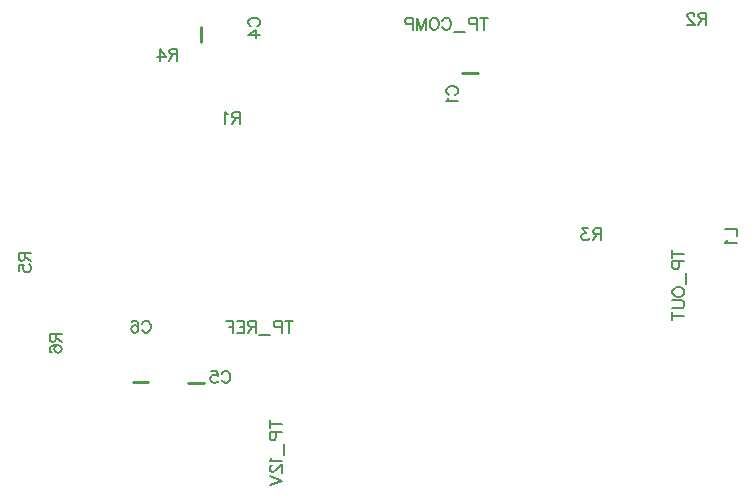
<source format=gbr>
G04 DipTrace 3.2.0.1*
G04 BottomSilk.gbr*
%MOMM*%
G04 #@! TF.FileFunction,Legend,Bot*
G04 #@! TF.Part,Single*
%ADD10C,0.25*%
%ADD82C,0.15*%
%FSLAX35Y35*%
G04*
G71*
G90*
G75*
G01*
G04 BotSilk*
%LPD*%
X-2628590Y1491690D2*
D10*
Y1361790D1*
X-285547Y1104570D2*
X-415447D1*
X-2735810Y-1527533D2*
X-2605910D1*
X-3209000Y-1516383D2*
X-3079100D1*
X-2205751Y1496740D2*
D82*
X-2215409Y1501569D1*
X-2225180Y1511340D1*
X-2230009Y1520999D1*
Y1540428D1*
X-2225180Y1550199D1*
X-2215409Y1559857D1*
X-2205751Y1564799D1*
X-2191151Y1569628D1*
X-2166780D1*
X-2152292Y1564799D1*
X-2142522Y1559857D1*
X-2132863Y1550198D1*
X-2127922Y1540428D1*
Y1520998D1*
X-2132863Y1511340D1*
X-2142522Y1501569D1*
X-2152292Y1496740D1*
X-2127922Y1418111D2*
X-2229897D1*
X-2161951Y1466740D1*
Y1393853D1*
X-529684Y915285D2*
X-539343Y920114D1*
X-549113Y929885D1*
X-553943Y939544D1*
Y958973D1*
X-549113Y968744D1*
X-539343Y978402D1*
X-529684Y983343D1*
X-515084Y988173D1*
X-490713D1*
X-476226Y983343D1*
X-466455Y978402D1*
X-456797Y968743D1*
X-451855Y958973D1*
Y939543D1*
X-456797Y929885D1*
X-466455Y920114D1*
X-476226Y915285D1*
X-534401Y885285D2*
X-539343Y875514D1*
X-553831Y860914D1*
X-451855D1*
X-2453275Y-1445569D2*
X-2448445Y-1435911D1*
X-2438675Y-1426140D1*
X-2429016Y-1421311D1*
X-2409587D1*
X-2399816Y-1426140D1*
X-2390158Y-1435911D1*
X-2385216Y-1445569D1*
X-2380387Y-1460169D1*
Y-1484540D1*
X-2385216Y-1499027D1*
X-2390158Y-1508798D1*
X-2399816Y-1518457D1*
X-2409587Y-1523398D1*
X-2429016D1*
X-2438675Y-1518457D1*
X-2448445Y-1508798D1*
X-2453275Y-1499027D1*
X-2541562Y-1421423D2*
X-2493045D1*
X-2488216Y-1465111D1*
X-2493045Y-1460281D1*
X-2507645Y-1455340D1*
X-2522133D1*
X-2536733Y-1460281D1*
X-2546504Y-1469940D1*
X-2551333Y-1484540D1*
Y-1494198D1*
X-2546504Y-1508798D1*
X-2536733Y-1518569D1*
X-2522133Y-1523398D1*
X-2507645D1*
X-2493045Y-1518569D1*
X-2488216Y-1513627D1*
X-2483275Y-1503969D1*
X-3128935Y-1021669D2*
X-3124106Y-1012011D1*
X-3114335Y-1002240D1*
X-3104677Y-997411D1*
X-3085248D1*
X-3075477Y-1002240D1*
X-3065818Y-1012011D1*
X-3060877Y-1021669D1*
X-3056048Y-1036269D1*
Y-1060640D1*
X-3060877Y-1075127D1*
X-3065818Y-1084898D1*
X-3075477Y-1094557D1*
X-3085248Y-1099498D1*
X-3104677D1*
X-3114335Y-1094557D1*
X-3124106Y-1084898D1*
X-3128935Y-1075127D1*
X-3217223Y-1012011D2*
X-3212394Y-1002352D1*
X-3197794Y-997523D1*
X-3188135D1*
X-3173535Y-1002352D1*
X-3163765Y-1016952D1*
X-3158935Y-1041211D1*
Y-1065469D1*
X-3163765Y-1084898D1*
X-3173535Y-1094669D1*
X-3188135Y-1099498D1*
X-3192965D1*
X-3207452Y-1094669D1*
X-3217223Y-1084898D1*
X-3222052Y-1070298D1*
Y-1065469D1*
X-3217223Y-1050869D1*
X-3207452Y-1041211D1*
X-3192965Y-1036381D1*
X-3188135D1*
X-3173535Y-1041211D1*
X-3163765Y-1050869D1*
X-3158935Y-1065469D1*
X1811044Y-222374D2*
X1913132D1*
Y-280662D1*
X1830585Y-310661D2*
X1825644Y-320432D1*
X1811156Y-335032D1*
X1913132D1*
X-2828634Y1258670D2*
X-2872321D1*
X-2886921Y1263612D1*
X-2891863Y1268441D1*
X-2896692Y1278099D1*
Y1287870D1*
X-2891863Y1297529D1*
X-2886921Y1302470D1*
X-2872321Y1307299D1*
X-2828634D1*
Y1205212D1*
X-2862663Y1258670D2*
X-2896692Y1205212D1*
X-2975321D2*
Y1307187D1*
X-2926692Y1239241D1*
X-2999580D1*
X-4122350Y-421261D2*
Y-464949D1*
X-4127292Y-479549D1*
X-4132121Y-484491D1*
X-4141779Y-489320D1*
X-4151550D1*
X-4161209Y-484491D1*
X-4166150Y-479549D1*
X-4170979Y-464949D1*
Y-421261D1*
X-4068892Y-421262D1*
X-4122350Y-455291D2*
X-4068892Y-489320D1*
X-4170867Y-577607D2*
Y-529090D1*
X-4127179Y-524261D1*
X-4132009Y-529091D1*
X-4136950Y-543690D1*
Y-558178D1*
X-4132009Y-572778D1*
X-4122350Y-582549D1*
X-4107750Y-587378D1*
X-4098092D1*
X-4083492Y-582549D1*
X-4073721Y-572778D1*
X-4068892Y-558178D1*
Y-543691D1*
X-4073721Y-529091D1*
X-4078662Y-524261D1*
X-4088321Y-519320D1*
X-3860730Y-1107299D2*
Y-1150987D1*
X-3865672Y-1165587D1*
X-3870501Y-1170528D1*
X-3880159Y-1175357D1*
X-3889930D1*
X-3899589Y-1170528D1*
X-3904530Y-1165586D1*
X-3909359Y-1150986D1*
Y-1107299D1*
X-3807272D1*
X-3860730Y-1141328D2*
X-3807272Y-1175357D1*
X-3894759Y-1263645D2*
X-3904418Y-1258816D1*
X-3909247Y-1244216D1*
Y-1234557D1*
X-3904418Y-1219957D1*
X-3889818Y-1210186D1*
X-3865559Y-1205357D1*
X-3841301D1*
X-3821872Y-1210187D1*
X-3812101Y-1219957D1*
X-3807272Y-1234557D1*
Y-1239386D1*
X-3812101Y-1253874D1*
X-3821872Y-1263645D1*
X-3836472Y-1268474D1*
X-3841301D1*
X-3855901Y-1263645D1*
X-3865559Y-1253874D1*
X-3870389Y-1239386D1*
Y-1234557D1*
X-3865559Y-1219957D1*
X-3855901Y-1210186D1*
X-3841301Y-1205357D1*
X-2299999Y721987D2*
X-2343686D1*
X-2358286Y726928D1*
X-2363228Y731758D1*
X-2368057Y741416D1*
Y751187D1*
X-2363228Y760845D1*
X-2358286Y765787D1*
X-2343686Y770616D1*
X-2299999D1*
Y668528D1*
X-2334028Y721987D2*
X-2368057Y668528D1*
X-2398057Y751075D2*
X-2407828Y756016D1*
X-2422428Y770504D1*
Y668528D1*
X1650148Y1560834D2*
X1606461D1*
X1591861Y1565775D1*
X1586919Y1570604D1*
X1582090Y1580263D1*
Y1590034D1*
X1586919Y1599692D1*
X1591861Y1604634D1*
X1606461Y1609463D1*
X1650148D1*
Y1507375D1*
X1616119Y1560834D2*
X1582090Y1507375D1*
X1547148Y1585092D2*
Y1589921D1*
X1542319Y1599692D1*
X1537490Y1604521D1*
X1527719Y1609351D1*
X1508290D1*
X1498632Y1604521D1*
X1493802Y1599692D1*
X1488861Y1589921D1*
Y1580263D1*
X1493802Y1570492D1*
X1503461Y1556004D1*
X1552090Y1507375D1*
X1484032D1*
X758345Y-263850D2*
X714657D1*
X700057Y-258908D1*
X695116Y-254079D1*
X690287Y-244421D1*
Y-234650D1*
X695116Y-224991D1*
X700057Y-220050D1*
X714657Y-215221D1*
X758345D1*
Y-317308D1*
X724316Y-263850D2*
X690287Y-317308D1*
X650516Y-215333D2*
X597170D1*
X626257Y-254191D1*
X611657D1*
X601999Y-259021D1*
X597170Y-263850D1*
X592228Y-278450D1*
Y-288108D1*
X597170Y-302708D1*
X606828Y-312479D1*
X621428Y-317308D1*
X636028D1*
X650516Y-312479D1*
X655345Y-307537D1*
X660287Y-297879D1*
X-2048446Y-1875489D2*
X-1946358D1*
X-2048446Y-1841460D2*
Y-1909518D1*
X-1994988Y-1939518D2*
Y-1983318D1*
X-1999817Y-1997806D1*
X-2004758Y-2002748D1*
X-2014417Y-2007577D1*
X-2029017D1*
X-2038675Y-2002748D1*
X-2043617Y-1997806D1*
X-2048446Y-1983318D1*
Y-1939518D1*
X-1946358D1*
X-1929512Y-2037577D2*
Y-2129894D1*
X-2028904Y-2159894D2*
X-2033846Y-2169665D1*
X-2048334Y-2184265D1*
X-1946358D1*
X-2024075Y-2219206D2*
X-2028904D1*
X-2038675Y-2224035D1*
X-2043504Y-2228864D1*
X-2048334Y-2238635D1*
Y-2258064D1*
X-2043504Y-2267723D1*
X-2038675Y-2272552D1*
X-2028904Y-2277494D1*
X-2019246D1*
X-2009475Y-2272552D1*
X-1994988Y-2262894D1*
X-1946358Y-2214265D1*
Y-2282323D1*
X-2048446Y-2312323D2*
X-1946358Y-2351181D1*
X-2048446Y-2390040D1*
X-229542Y1567566D2*
Y1465478D1*
X-195513Y1567566D2*
X-263572D1*
X-293572Y1514108D2*
X-337372D1*
X-351859Y1518937D1*
X-356801Y1523878D1*
X-361630Y1533537D1*
Y1548137D1*
X-356801Y1557795D1*
X-351859Y1562737D1*
X-337372Y1567566D1*
X-293572D1*
Y1465478D1*
X-391630Y1448632D2*
X-483947D1*
X-586835Y1543308D2*
X-582005Y1552966D1*
X-572235Y1562737D1*
X-562576Y1567566D1*
X-543147D1*
X-533376Y1562737D1*
X-523718Y1552966D1*
X-518776Y1543308D1*
X-513947Y1528708D1*
Y1504337D1*
X-518776Y1489849D1*
X-523718Y1480078D1*
X-533376Y1470420D1*
X-543147Y1465478D1*
X-562576D1*
X-572235Y1470420D1*
X-582005Y1480078D1*
X-586835Y1489849D1*
X-646035Y1567566D2*
X-636264Y1562737D1*
X-626605Y1552966D1*
X-621664Y1543308D1*
X-616835Y1528708D1*
Y1504337D1*
X-621664Y1489849D1*
X-626605Y1480078D1*
X-636264Y1470420D1*
X-646035Y1465478D1*
X-665464D1*
X-675122Y1470420D1*
X-684893Y1480078D1*
X-689722Y1489849D1*
X-694552Y1504337D1*
Y1528708D1*
X-689722Y1543308D1*
X-684893Y1552966D1*
X-675122Y1562737D1*
X-665464Y1567566D1*
X-646035D1*
X-802268Y1465478D2*
Y1567566D1*
X-763410Y1465478D1*
X-724552Y1567566D1*
Y1465478D1*
X-832268Y1514108D2*
X-876068D1*
X-890556Y1518937D1*
X-895498Y1523878D1*
X-900327Y1533537D1*
Y1548137D1*
X-895498Y1557795D1*
X-890556Y1562737D1*
X-876068Y1567566D1*
X-832268D1*
Y1465478D1*
X1361591Y-430602D2*
X1463678D1*
X1361591Y-396573D2*
Y-464631D1*
X1415049Y-494631D2*
Y-538431D1*
X1410220Y-552919D1*
X1405278Y-557860D1*
X1395620Y-562690D1*
X1381020D1*
X1371361Y-557860D1*
X1366420Y-552919D1*
X1361591Y-538431D1*
Y-494631D1*
X1463678D1*
X1480524Y-592690D2*
Y-685007D1*
X1361591Y-744207D2*
X1366420Y-734436D1*
X1376191Y-724777D1*
X1385849Y-719836D1*
X1400449Y-715007D1*
X1424820D1*
X1439308Y-719836D1*
X1449078Y-724777D1*
X1458737Y-734436D1*
X1463678Y-744207D1*
Y-763636D1*
X1458737Y-773294D1*
X1449078Y-783065D1*
X1439308Y-787894D1*
X1424820Y-792724D1*
X1400449D1*
X1385849Y-787894D1*
X1376191Y-783065D1*
X1366420Y-773294D1*
X1361591Y-763636D1*
Y-744207D1*
Y-822723D2*
X1434478Y-822724D1*
X1449078Y-827553D1*
X1458737Y-837324D1*
X1463678Y-851924D1*
Y-861582D1*
X1458737Y-876182D1*
X1449078Y-885953D1*
X1434478Y-890782D1*
X1361591D1*
Y-954811D2*
X1463678D1*
X1361591Y-920782D2*
Y-988840D1*
X-1881700Y-997364D2*
Y-1099452D1*
X-1847671Y-997364D2*
X-1915729D1*
X-1945729Y-1050822D2*
X-1989529D1*
X-2004017Y-1045993D1*
X-2008958Y-1041052D1*
X-2013788Y-1031393D1*
Y-1016793D1*
X-2008958Y-1007135D1*
X-2004017Y-1002193D1*
X-1989529Y-997364D1*
X-1945729D1*
Y-1099452D1*
X-2043788Y-1116298D2*
X-2136105D1*
X-2166105Y-1045993D2*
X-2209792D1*
X-2224392Y-1041052D1*
X-2229334Y-1036222D1*
X-2234163Y-1026564D1*
Y-1016793D1*
X-2229334Y-1007135D1*
X-2224392Y-1002193D1*
X-2209792Y-997364D1*
X-2166105D1*
Y-1099452D1*
X-2200134Y-1045993D2*
X-2234163Y-1099452D1*
X-2327280Y-997364D2*
X-2264163D1*
Y-1099452D1*
X-2327280D1*
X-2264163Y-1045993D2*
X-2303022D1*
X-2420509Y-997364D2*
X-2357280D1*
Y-1099452D1*
Y-1045993D2*
X-2396138D1*
M02*

</source>
